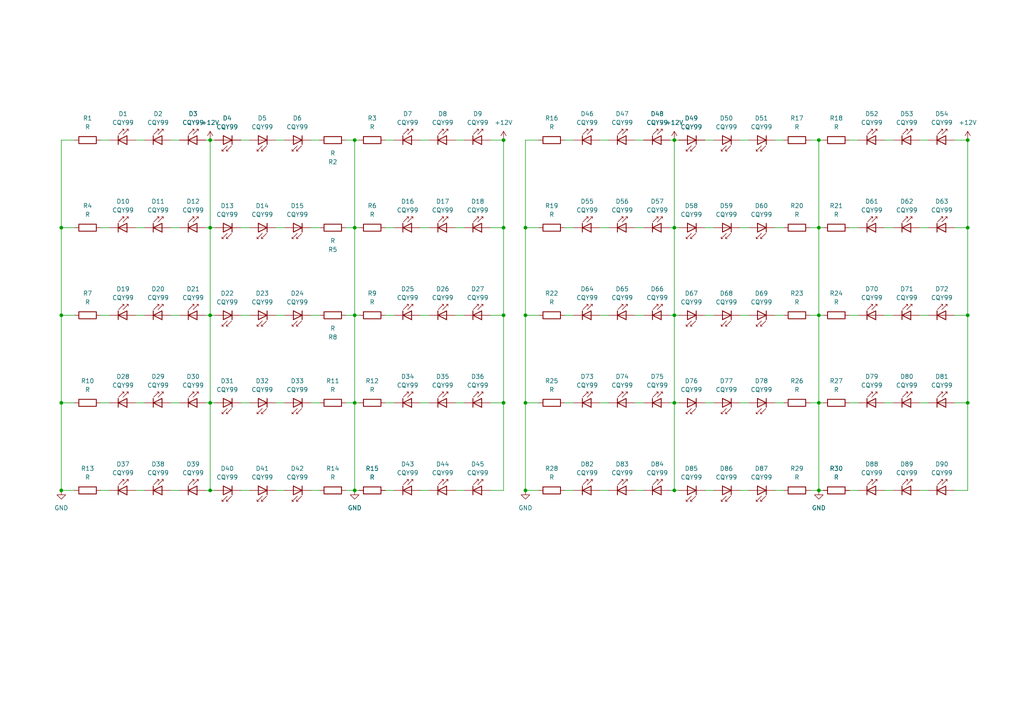
<source format=kicad_sch>
(kicad_sch (version 20231120) (generator "eeschema") (generator_version "8.0")
  (paper "A4")
  (junction (at 152.4 116.84))
  (junction (at 17.78 142.24))
  (junction (at 146.05 66.04))
  (junction (at 152.4 142.24))
  (junction (at 146.05 116.84))
  (junction (at 17.78 91.44))
  (junction (at 280.67 66.04))
  (junction (at 102.87 66.04))
  (junction (at 237.49 142.24))
  (junction (at 102.87 116.84))
  (junction (at 237.49 91.44))
  (junction (at 60.96 66.04))
  (junction (at 152.4 66.04))
  (junction (at 280.67 40.64))
  (junction (at 146.05 40.64))
  (junction (at 17.78 116.84))
  (junction (at 146.05 91.44))
  (junction (at 195.58 142.24))
  (junction (at 60.96 91.44))
  (junction (at 237.49 40.64))
  (junction (at 195.58 40.64))
  (junction (at 102.87 142.24))
  (junction (at 195.58 116.84))
  (junction (at 195.58 66.04))
  (junction (at 280.67 116.84))
  (junction (at 17.78 66.04))
  (junction (at 60.96 40.64))
  (junction (at 152.4 91.44))
  (junction (at 237.49 66.04))
  (junction (at 102.87 40.64))
  (junction (at 60.96 116.84))
  (junction (at 102.87 91.44))
  (junction (at 60.96 142.24))
  (junction (at 195.58 91.44))
  (junction (at 280.67 91.44))
  (junction (at 237.49 116.84))
  (wire (pts (xy 195.58 40.64) (xy 195.58 66.04)))
  (wire (pts (xy 102.87 91.44) (xy 104.14 91.44)))
  (wire (pts (xy 146.05 40.64) (xy 146.05 66.04)))
  (wire (pts (xy 195.58 40.64) (xy 196.85 40.64)))
  (wire (pts (xy 17.78 116.84) (xy 21.59 116.84)))
  (wire (pts (xy 111.76 66.04) (xy 114.3 66.04)))
  (wire (pts (xy 59.69 116.84) (xy 60.96 116.84)))
  (wire (pts (xy 59.69 40.64) (xy 60.96 40.64)))
  (wire (pts (xy 152.4 116.84) (xy 156.21 116.84)))
  (wire (pts (xy 276.86 91.44) (xy 280.67 91.44)))
  (wire (pts (xy 194.31 91.44) (xy 195.58 91.44)))
  (wire (pts (xy 227.33 40.64) (xy 224.79 40.64)))
  (wire (pts (xy 256.54 116.84) (xy 259.08 116.84)))
  (wire (pts (xy 60.96 66.04) (xy 62.23 66.04)))
  (wire (pts (xy 72.39 40.64) (xy 69.85 40.64)))
  (wire (pts (xy 237.49 66.04) (xy 238.76 66.04)))
  (wire (pts (xy 280.67 91.44) (xy 280.67 116.84)))
  (wire (pts (xy 49.53 116.84) (xy 52.07 116.84)))
  (wire (pts (xy 39.37 91.44) (xy 41.91 91.44)))
  (wire (pts (xy 92.71 40.64) (xy 90.17 40.64)))
  (wire (pts (xy 266.7 91.44) (xy 269.24 91.44)))
  (wire (pts (xy 227.33 142.24) (xy 224.79 142.24)))
  (wire (pts (xy 100.33 142.24) (xy 102.87 142.24)))
  (wire (pts (xy 276.86 66.04) (xy 280.67 66.04)))
  (wire (pts (xy 100.33 40.64) (xy 102.87 40.64)))
  (wire (pts (xy 60.96 116.84) (xy 60.96 142.24)))
  (wire (pts (xy 49.53 66.04) (xy 52.07 66.04)))
  (wire (pts (xy 256.54 40.64) (xy 259.08 40.64)))
  (wire (pts (xy 100.33 91.44) (xy 102.87 91.44)))
  (wire (pts (xy 60.96 66.04) (xy 60.96 91.44)))
  (wire (pts (xy 237.49 91.44) (xy 238.76 91.44)))
  (wire (pts (xy 60.96 142.24) (xy 62.23 142.24)))
  (wire (pts (xy 102.87 66.04) (xy 104.14 66.04)))
  (wire (pts (xy 72.39 142.24) (xy 69.85 142.24)))
  (wire (pts (xy 92.71 116.84) (xy 90.17 116.84)))
  (wire (pts (xy 195.58 142.24) (xy 196.85 142.24)))
  (wire (pts (xy 29.21 66.04) (xy 31.75 66.04)))
  (wire (pts (xy 207.01 40.64) (xy 204.47 40.64)))
  (wire (pts (xy 100.33 116.84) (xy 102.87 116.84)))
  (wire (pts (xy 194.31 142.24) (xy 195.58 142.24)))
  (wire (pts (xy 276.86 116.84) (xy 280.67 116.84)))
  (wire (pts (xy 152.4 40.64) (xy 156.21 40.64)))
  (wire (pts (xy 59.69 142.24) (xy 60.96 142.24)))
  (wire (pts (xy 132.08 66.04) (xy 134.62 66.04)))
  (wire (pts (xy 132.08 142.24) (xy 134.62 142.24)))
  (wire (pts (xy 100.33 66.04) (xy 102.87 66.04)))
  (wire (pts (xy 246.38 91.44) (xy 248.92 91.44)))
  (wire (pts (xy 60.96 40.64) (xy 60.96 66.04)))
  (wire (pts (xy 29.21 142.24) (xy 31.75 142.24)))
  (wire (pts (xy 266.7 66.04) (xy 269.24 66.04)))
  (wire (pts (xy 237.49 66.04) (xy 237.49 91.44)))
  (wire (pts (xy 146.05 116.84) (xy 146.05 142.24)))
  (wire (pts (xy 256.54 142.24) (xy 259.08 142.24)))
  (wire (pts (xy 173.99 91.44) (xy 176.53 91.44)))
  (wire (pts (xy 195.58 66.04) (xy 196.85 66.04)))
  (wire (pts (xy 39.37 116.84) (xy 41.91 116.84)))
  (wire (pts (xy 121.92 40.64) (xy 124.46 40.64)))
  (wire (pts (xy 256.54 66.04) (xy 259.08 66.04)))
  (wire (pts (xy 17.78 116.84) (xy 17.78 142.24)))
  (wire (pts (xy 246.38 142.24) (xy 248.92 142.24)))
  (wire (pts (xy 17.78 66.04) (xy 21.59 66.04)))
  (wire (pts (xy 29.21 91.44) (xy 31.75 91.44)))
  (wire (pts (xy 39.37 142.24) (xy 41.91 142.24)))
  (wire (pts (xy 102.87 116.84) (xy 102.87 142.24)))
  (wire (pts (xy 121.92 66.04) (xy 124.46 66.04)))
  (wire (pts (xy 194.31 116.84) (xy 195.58 116.84)))
  (wire (pts (xy 237.49 116.84) (xy 238.76 116.84)))
  (wire (pts (xy 111.76 116.84) (xy 114.3 116.84)))
  (wire (pts (xy 276.86 142.24) (xy 280.67 142.24)))
  (wire (pts (xy 142.24 142.24) (xy 146.05 142.24)))
  (wire (pts (xy 102.87 142.24) (xy 104.14 142.24)))
  (wire (pts (xy 246.38 116.84) (xy 248.92 116.84)))
  (wire (pts (xy 217.17 40.64) (xy 214.63 40.64)))
  (wire (pts (xy 266.7 116.84) (xy 269.24 116.84)))
  (wire (pts (xy 195.58 66.04) (xy 195.58 91.44)))
  (wire (pts (xy 102.87 91.44) (xy 102.87 116.84)))
  (wire (pts (xy 49.53 91.44) (xy 52.07 91.44)))
  (wire (pts (xy 102.87 66.04) (xy 102.87 91.44)))
  (wire (pts (xy 82.55 40.64) (xy 80.01 40.64)))
  (wire (pts (xy 121.92 142.24) (xy 124.46 142.24)))
  (wire (pts (xy 227.33 91.44) (xy 224.79 91.44)))
  (wire (pts (xy 194.31 66.04) (xy 195.58 66.04)))
  (wire (pts (xy 142.24 91.44) (xy 146.05 91.44)))
  (wire (pts (xy 92.71 66.04) (xy 90.17 66.04)))
  (wire (pts (xy 184.15 116.84) (xy 186.69 116.84)))
  (wire (pts (xy 280.67 116.84) (xy 280.67 142.24)))
  (wire (pts (xy 49.53 40.64) (xy 52.07 40.64)))
  (wire (pts (xy 82.55 91.44) (xy 80.01 91.44)))
  (wire (pts (xy 111.76 91.44) (xy 114.3 91.44)))
  (wire (pts (xy 276.86 40.64) (xy 280.67 40.64)))
  (wire (pts (xy 217.17 116.84) (xy 214.63 116.84)))
  (wire (pts (xy 217.17 91.44) (xy 214.63 91.44)))
  (wire (pts (xy 152.4 91.44) (xy 156.21 91.44)))
  (wire (pts (xy 17.78 91.44) (xy 21.59 91.44)))
  (wire (pts (xy 217.17 66.04) (xy 214.63 66.04)))
  (wire (pts (xy 173.99 142.24) (xy 176.53 142.24)))
  (wire (pts (xy 234.95 142.24) (xy 237.49 142.24)))
  (wire (pts (xy 111.76 142.24) (xy 114.3 142.24)))
  (wire (pts (xy 237.49 91.44) (xy 237.49 116.84)))
  (wire (pts (xy 173.99 66.04) (xy 176.53 66.04)))
  (wire (pts (xy 17.78 142.24) (xy 21.59 142.24)))
  (wire (pts (xy 246.38 40.64) (xy 248.92 40.64)))
  (wire (pts (xy 17.78 91.44) (xy 17.78 116.84)))
  (wire (pts (xy 121.92 91.44) (xy 124.46 91.44)))
  (wire (pts (xy 49.53 142.24) (xy 52.07 142.24)))
  (wire (pts (xy 237.49 142.24) (xy 238.76 142.24)))
  (wire (pts (xy 195.58 116.84) (xy 196.85 116.84)))
  (wire (pts (xy 152.4 66.04) (xy 152.4 91.44)))
  (wire (pts (xy 17.78 40.64) (xy 17.78 66.04)))
  (wire (pts (xy 163.83 116.84) (xy 166.37 116.84)))
  (wire (pts (xy 142.24 40.64) (xy 146.05 40.64)))
  (wire (pts (xy 195.58 91.44) (xy 195.58 116.84)))
  (wire (pts (xy 17.78 40.64) (xy 21.59 40.64)))
  (wire (pts (xy 29.21 116.84) (xy 31.75 116.84)))
  (wire (pts (xy 60.96 40.64) (xy 62.23 40.64)))
  (wire (pts (xy 146.05 66.04) (xy 146.05 91.44)))
  (wire (pts (xy 72.39 91.44) (xy 69.85 91.44)))
  (wire (pts (xy 121.92 116.84) (xy 124.46 116.84)))
  (wire (pts (xy 60.96 91.44) (xy 60.96 116.84)))
  (wire (pts (xy 163.83 66.04) (xy 166.37 66.04)))
  (wire (pts (xy 142.24 116.84) (xy 146.05 116.84)))
  (wire (pts (xy 266.7 40.64) (xy 269.24 40.64)))
  (wire (pts (xy 111.76 40.64) (xy 114.3 40.64)))
  (wire (pts (xy 237.49 40.64) (xy 237.49 66.04)))
  (wire (pts (xy 207.01 91.44) (xy 204.47 91.44)))
  (wire (pts (xy 207.01 66.04) (xy 204.47 66.04)))
  (wire (pts (xy 82.55 142.24) (xy 80.01 142.24)))
  (wire (pts (xy 39.37 40.64) (xy 41.91 40.64)))
  (wire (pts (xy 82.55 116.84) (xy 80.01 116.84)))
  (wire (pts (xy 195.58 116.84) (xy 195.58 142.24)))
  (wire (pts (xy 163.83 91.44) (xy 166.37 91.44)))
  (wire (pts (xy 60.96 116.84) (xy 62.23 116.84)))
  (wire (pts (xy 17.78 66.04) (xy 17.78 91.44)))
  (wire (pts (xy 132.08 40.64) (xy 134.62 40.64)))
  (wire (pts (xy 60.96 91.44) (xy 62.23 91.44)))
  (wire (pts (xy 146.05 91.44) (xy 146.05 116.84)))
  (wire (pts (xy 163.83 40.64) (xy 166.37 40.64)))
  (wire (pts (xy 184.15 40.64) (xy 186.69 40.64)))
  (wire (pts (xy 227.33 116.84) (xy 224.79 116.84)))
  (wire (pts (xy 234.95 116.84) (xy 237.49 116.84)))
  (wire (pts (xy 142.24 66.04) (xy 146.05 66.04)))
  (wire (pts (xy 217.17 142.24) (xy 214.63 142.24)))
  (wire (pts (xy 280.67 40.64) (xy 280.67 66.04)))
  (wire (pts (xy 173.99 116.84) (xy 176.53 116.84)))
  (wire (pts (xy 132.08 91.44) (xy 134.62 91.44)))
  (wire (pts (xy 92.71 91.44) (xy 90.17 91.44)))
  (wire (pts (xy 280.67 66.04) (xy 280.67 91.44)))
  (wire (pts (xy 173.99 40.64) (xy 176.53 40.64)))
  (wire (pts (xy 132.08 116.84) (xy 134.62 116.84)))
  (wire (pts (xy 184.15 142.24) (xy 186.69 142.24)))
  (wire (pts (xy 102.87 40.64) (xy 102.87 66.04)))
  (wire (pts (xy 184.15 66.04) (xy 186.69 66.04)))
  (wire (pts (xy 234.95 91.44) (xy 237.49 91.44)))
  (wire (pts (xy 102.87 40.64) (xy 104.14 40.64)))
  (wire (pts (xy 227.33 66.04) (xy 224.79 66.04)))
  (wire (pts (xy 102.87 116.84) (xy 104.14 116.84)))
  (wire (pts (xy 256.54 91.44) (xy 259.08 91.44)))
  (wire (pts (xy 195.58 91.44) (xy 196.85 91.44)))
  (wire (pts (xy 266.7 142.24) (xy 269.24 142.24)))
  (wire (pts (xy 152.4 91.44) (xy 152.4 116.84)))
  (wire (pts (xy 152.4 40.64) (xy 152.4 66.04)))
  (wire (pts (xy 59.69 91.44) (xy 60.96 91.44)))
  (wire (pts (xy 184.15 91.44) (xy 186.69 91.44)))
  (wire (pts (xy 234.95 66.04) (xy 237.49 66.04)))
  (wire (pts (xy 72.39 66.04) (xy 69.85 66.04)))
  (wire (pts (xy 194.31 40.64) (xy 195.58 40.64)))
  (wire (pts (xy 246.38 66.04) (xy 248.92 66.04)))
  (wire (pts (xy 72.39 116.84) (xy 69.85 116.84)))
  (wire (pts (xy 82.55 66.04) (xy 80.01 66.04)))
  (wire (pts (xy 237.49 116.84) (xy 237.49 142.24)))
  (wire (pts (xy 207.01 116.84) (xy 204.47 116.84)))
  (wire (pts (xy 237.49 40.64) (xy 238.76 40.64)))
  (wire (pts (xy 234.95 40.64) (xy 237.49 40.64)))
  (wire (pts (xy 59.69 66.04) (xy 60.96 66.04)))
  (wire (pts (xy 152.4 66.04) (xy 156.21 66.04)))
  (wire (pts (xy 163.83 142.24) (xy 166.37 142.24)))
  (wire (pts (xy 152.4 142.24) (xy 156.21 142.24)))
  (wire (pts (xy 39.37 66.04) (xy 41.91 66.04)))
  (wire (pts (xy 207.01 142.24) (xy 204.47 142.24)))
  (wire (pts (xy 92.71 142.24) (xy 90.17 142.24)))
  (wire (pts (xy 29.21 40.64) (xy 31.75 40.64)))
  (wire (pts (xy 152.4 116.84) (xy 152.4 142.24)))
  (symbol (lib_id "LED:CQY99") (at 181.61 40.64 0) (unit 1)
    (property "Reference" "D47" (at 180.467 33.02 0))
    (property "Value" "CQY99" (at 180.467 35.56 0))
    (property "Footprint" "LED_THT:LED_D5.0mm_IRGrey" (effects (hide yes)))
    (property "Datasheet" "https://www.prtice.info/IMG/pdf/CQY99.pdf" (effects (hide yes)))
    (property "Description" "950nm IR-LED, 5mm" (effects (hide yes)))
  )
  (symbol (lib_id "Device:R") (at 231.14 91.44 270) (unit 1)
    (property "Reference" "R23" (at 231.14 85.09 90))
    (property "Value" "R" (at 231.14 87.63 90))
    (property "Footprint" "Resistor_THT:R_Axial_DIN0207_L6.3mm_D2.5mm_P10.16mm_Horizontal" (effects (hide yes)))
    (property "Description" "Resistor" (effects (hide yes)))
  )
  (symbol (lib_id "LED:CQY99") (at 171.45 142.24 0) (unit 1)
    (property "Reference" "D82" (at 170.307 134.62 0))
    (property "Value" "CQY99" (at 170.307 137.16 0))
    (property "Footprint" "LED_THT:LED_D5.0mm_IRGrey" (effects (hide yes)))
    (property "Datasheet" "https://www.prtice.info/IMG/pdf/CQY99.pdf" (effects (hide yes)))
    (property "Description" "950nm IR-LED, 5mm" (effects (hide yes)))
  )
  (symbol (lib_id "LED:CQY99") (at 119.38 66.04 0) (unit 1)
    (property "Reference" "D16" (at 118.237 58.42 0))
    (property "Value" "CQY99" (at 118.237 60.96 0))
    (property "Footprint" "LED_THT:LED_D5.0mm_IRGrey" (effects (hide yes)))
    (property "Datasheet" "https://www.prtice.info/IMG/pdf/CQY99.pdf" (effects (hide yes)))
    (property "Description" "950nm IR-LED, 5mm" (effects (hide yes)))
  )
  (symbol (lib_id "Device:R") (at 160.02 116.84 90) (unit 1)
    (property "Reference" "R25" (at 160.02 110.49 90))
    (property "Value" "R" (at 160.02 113.03 90))
    (property "Footprint" "Resistor_THT:R_Axial_DIN0207_L6.3mm_D2.5mm_P10.16mm_Horizontal" (effects (hide yes)))
    (property "Description" "Resistor" (effects (hide yes)))
  )
  (symbol (lib_id "LED:CQY99") (at 264.16 66.04 0) (unit 1)
    (property "Reference" "D62" (at 263.017 58.42 0))
    (property "Value" "CQY99" (at 263.017 60.96 0))
    (property "Footprint" "LED_THT:LED_D5.0mm_IRGrey" (effects (hide yes)))
    (property "Datasheet" "https://www.prtice.info/IMG/pdf/CQY99.pdf" (effects (hide yes)))
    (property "Description" "950nm IR-LED, 5mm" (effects (hide yes)))
  )
  (symbol (lib_id "LED:CQY99") (at 57.15 66.04 0) (unit 1)
    (property "Reference" "D12" (at 56.007 58.42 0))
    (property "Value" "CQY99" (at 56.007 60.96 0))
    (property "Footprint" "LED_THT:LED_D5.0mm_IRGrey" (effects (hide yes)))
    (property "Datasheet" "https://www.prtice.info/IMG/pdf/CQY99.pdf" (effects (hide yes)))
    (property "Description" "950nm IR-LED, 5mm" (effects (hide yes)))
  )
  (symbol (lib_id "Device:R") (at 160.02 66.04 90) (unit 1)
    (property "Reference" "R19" (at 160.02 59.69 90))
    (property "Value" "R" (at 160.02 62.23 90))
    (property "Footprint" "Resistor_THT:R_Axial_DIN0207_L6.3mm_D2.5mm_P10.16mm_Horizontal" (effects (hide yes)))
    (property "Description" "Resistor" (effects (hide yes)))
  )
  (symbol (lib_id "LED:CQY99") (at 139.7 66.04 0) (unit 1)
    (property "Reference" "D18" (at 138.557 58.42 0))
    (property "Value" "CQY99" (at 138.557 60.96 0))
    (property "Footprint" "LED_THT:LED_D5.0mm_IRGrey" (effects (hide yes)))
    (property "Datasheet" "https://www.prtice.info/IMG/pdf/CQY99.pdf" (effects (hide yes)))
    (property "Description" "950nm IR-LED, 5mm" (effects (hide yes)))
  )
  (symbol (lib_id "LED:CQY99") (at 119.38 116.84 0) (unit 1)
    (property "Reference" "D34" (at 118.237 109.22 0))
    (property "Value" "CQY99" (at 118.237 111.76 0))
    (property "Footprint" "LED_THT:LED_D5.0mm_IRGrey" (effects (hide yes)))
    (property "Datasheet" "https://www.prtice.info/IMG/pdf/CQY99.pdf" (effects (hide yes)))
    (property "Description" "950nm IR-LED, 5mm" (effects (hide yes)))
  )
  (symbol (lib_id "LED:CQY99") (at 74.93 142.24 180) (unit 1)
    (property "Reference" "D41" (at 76.073 135.89 0))
    (property "Value" "CQY99" (at 76.073 138.43 0))
    (property "Footprint" "LED_THT:LED_D5.0mm_IRGrey" (effects (hide yes)))
    (property "Datasheet" "https://www.prtice.info/IMG/pdf/CQY99.pdf" (effects (hide yes)))
    (property "Description" "950nm IR-LED, 5mm" (effects (hide yes)))
  )
  (symbol (lib_id "LED:CQY99") (at 181.61 142.24 0) (unit 1)
    (property "Reference" "D83" (at 180.467 134.62 0))
    (property "Value" "CQY99" (at 180.467 137.16 0))
    (property "Footprint" "LED_THT:LED_D5.0mm_IRGrey" (effects (hide yes)))
    (property "Datasheet" "https://www.prtice.info/IMG/pdf/CQY99.pdf" (effects (hide yes)))
    (property "Description" "950nm IR-LED, 5mm" (effects (hide yes)))
  )
  (symbol (lib_id "LED:CQY99") (at 209.55 116.84 180) (unit 1)
    (property "Reference" "D77" (at 210.693 110.49 0))
    (property "Value" "CQY99" (at 210.693 113.03 0))
    (property "Footprint" "LED_THT:LED_D5.0mm_IRGrey" (effects (hide yes)))
    (property "Datasheet" "https://www.prtice.info/IMG/pdf/CQY99.pdf" (effects (hide yes)))
    (property "Description" "950nm IR-LED, 5mm" (effects (hide yes)))
  )
  (symbol (lib_id "LED:CQY99") (at 64.77 116.84 180) (unit 1)
    (property "Reference" "D31" (at 65.913 110.49 0))
    (property "Value" "CQY99" (at 65.913 113.03 0))
    (property "Footprint" "LED_THT:LED_D5.0mm_IRGrey" (effects (hide yes)))
    (property "Datasheet" "https://www.prtice.info/IMG/pdf/CQY99.pdf" (effects (hide yes)))
    (property "Description" "950nm IR-LED, 5mm" (effects (hide yes)))
  )
  (symbol (lib_id "Device:R") (at 231.14 116.84 270) (unit 1)
    (property "Reference" "R26" (at 231.14 110.49 90))
    (property "Value" "R" (at 231.14 113.03 90))
    (property "Footprint" "Resistor_THT:R_Axial_DIN0207_L6.3mm_D2.5mm_P10.16mm_Horizontal" (effects (hide yes)))
    (property "Description" "Resistor" (effects (hide yes)))
  )
  (symbol (lib_id "power:GND") (at 152.4 142.24 0) (unit 1)
    (property "Reference" "#PWR02" (effects (hide yes)))
    (property "Value" "GND" (at 152.4 147.32 0))
    (property "Description" "Power symbol creates a global label with name \"GND\" , ground" (effects (hide yes)))
  )
  (symbol (lib_id "LED:CQY99") (at 274.32 116.84 0) (unit 1)
    (property "Reference" "D81" (at 273.177 109.22 0))
    (property "Value" "CQY99" (at 273.177 111.76 0))
    (property "Footprint" "LED_THT:LED_D5.0mm_IRGrey" (effects (hide yes)))
    (property "Datasheet" "https://www.prtice.info/IMG/pdf/CQY99.pdf" (effects (hide yes)))
    (property "Description" "950nm IR-LED, 5mm" (effects (hide yes)))
  )
  (symbol (lib_id "LED:CQY99") (at 254 142.24 0) (unit 1)
    (property "Reference" "D88" (at 252.857 134.62 0))
    (property "Value" "CQY99" (at 252.857 137.16 0))
    (property "Footprint" "LED_THT:LED_D5.0mm_IRGrey" (effects (hide yes)))
    (property "Datasheet" "https://www.prtice.info/IMG/pdf/CQY99.pdf" (effects (hide yes)))
    (property "Description" "950nm IR-LED, 5mm" (effects (hide yes)))
  )
  (symbol (lib_id "Device:R") (at 160.02 142.24 90) (unit 1)
    (property "Reference" "R28" (at 160.02 135.89 90))
    (property "Value" "R" (at 160.02 138.43 90))
    (property "Footprint" "Resistor_THT:R_Axial_DIN0207_L6.3mm_D2.5mm_P10.16mm_Horizontal" (effects (hide yes)))
    (property "Description" "Resistor" (effects (hide yes)))
  )
  (symbol (lib_id "LED:CQY99") (at 85.09 40.64 180) (unit 1)
    (property "Reference" "D6" (at 86.233 34.29 0))
    (property "Value" "CQY99" (at 86.233 36.83 0))
    (property "Footprint" "LED_THT:LED_D5.0mm_IRGrey" (effects (hide yes)))
    (property "Datasheet" "https://www.prtice.info/IMG/pdf/CQY99.pdf" (effects (hide yes)))
    (property "Description" "950nm IR-LED, 5mm" (effects (hide yes)))
  )
  (symbol (lib_id "power:GND") (at 17.78 142.24 0) (unit 1)
    (property "Reference" "#PWR014" (effects (hide yes)))
    (property "Value" "GND" (at 17.78 147.32 0))
    (property "Description" "Power symbol creates a global label with name \"GND\" , ground" (effects (hide yes)))
  )
  (symbol (lib_id "LED:CQY99") (at 64.77 91.44 180) (unit 1)
    (property "Reference" "D22" (at 65.913 85.09 0))
    (property "Value" "CQY99" (at 65.913 87.63 0))
    (property "Footprint" "LED_THT:LED_D5.0mm_IRGrey" (effects (hide yes)))
    (property "Datasheet" "https://www.prtice.info/IMG/pdf/CQY99.pdf" (effects (hide yes)))
    (property "Description" "950nm IR-LED, 5mm" (effects (hide yes)))
  )
  (symbol (lib_id "LED:CQY99") (at 264.16 91.44 0) (unit 1)
    (property "Reference" "D71" (at 263.017 83.82 0))
    (property "Value" "CQY99" (at 263.017 86.36 0))
    (property "Footprint" "LED_THT:LED_D5.0mm_IRGrey" (effects (hide yes)))
    (property "Datasheet" "https://www.prtice.info/IMG/pdf/CQY99.pdf" (effects (hide yes)))
    (property "Description" "950nm IR-LED, 5mm" (effects (hide yes)))
  )
  (symbol (lib_id "Device:R") (at 96.52 40.64 270) (unit 1)
    (property "Reference" "R2" (at 96.52 46.99 90))
    (property "Value" "R" (at 96.52 44.45 90))
    (property "Footprint" "Resistor_THT:R_Axial_DIN0207_L6.3mm_D2.5mm_P10.16mm_Horizontal" (effects (hide yes)))
    (property "Description" "Resistor" (effects (hide yes)))
  )
  (symbol (lib_id "power:+12V") (at 146.05 40.64 0) (unit 1)
    (property "Reference" "#PWR04" (effects (hide yes)))
    (property "Value" "+12V" (at 146.05 35.56 0))
    (property "Description" "Power symbol creates a global label with name \"+12V\"" (effects (hide yes)))
  )
  (symbol (lib_id "Device:R") (at 107.95 116.84 90) (unit 1)
    (property "Reference" "R12" (at 107.95 110.49 90))
    (property "Value" "R" (at 107.95 113.03 90))
    (property "Footprint" "Resistor_THT:R_Axial_DIN0207_L6.3mm_D2.5mm_P10.16mm_Horizontal" (effects (hide yes)))
    (property "Description" "Resistor" (effects (hide yes)))
  )
  (symbol (lib_id "Device:R") (at 242.57 142.24 90) (unit 1)
    (property "Reference" "R30" (at 242.57 135.89 90))
    (property "Value" "R" (at 242.57 138.43 90))
    (property "Footprint" "Resistor_THT:R_Axial_DIN0207_L6.3mm_D2.5mm_P10.16mm_Horizontal" (effects (hide yes)))
    (property "Description" "Resistor" (effects (hide yes)))
  )
  (symbol (lib_id "Device:R") (at 107.95 142.24 90) (unit 1)
    (property "Reference" "R15" (at 107.95 135.89 90))
    (property "Value" "R" (at 107.95 138.43 90))
    (property "Footprint" "Resistor_THT:R_Axial_DIN0207_L6.3mm_D2.5mm_P10.16mm_Horizontal" (effects (hide yes)))
    (property "Description" "Resistor" (effects (hide yes)))
  )
  (symbol (lib_id "LED:CQY99") (at 129.54 142.24 0) (unit 1)
    (property "Reference" "D44" (at 128.397 134.62 0))
    (property "Value" "CQY99" (at 128.397 137.16 0))
    (property "Footprint" "LED_THT:LED_D5.0mm_IRGrey" (effects (hide yes)))
    (property "Datasheet" "https://www.prtice.info/IMG/pdf/CQY99.pdf" (effects (hide yes)))
    (property "Description" "950nm IR-LED, 5mm" (effects (hide yes)))
  )
  (symbol (lib_id "Device:R") (at 96.52 142.24 270) (unit 1)
    (property "Reference" "R14" (at 96.52 135.89 90))
    (property "Value" "R" (at 96.52 138.43 90))
    (property "Footprint" "Resistor_THT:R_Axial_DIN0207_L6.3mm_D2.5mm_P10.16mm_Horizontal" (effects (hide yes)))
    (property "Description" "Resistor" (effects (hide yes)))
  )
  (symbol (lib_id "LED:CQY99") (at 46.99 40.64 0) (unit 1)
    (property "Reference" "D2" (at 45.847 33.02 0))
    (property "Value" "CQY99" (at 45.847 35.56 0))
    (property "Footprint" "LED_THT:LED_D5.0mm_IRGrey" (effects (hide yes)))
    (property "Datasheet" "https://www.prtice.info/IMG/pdf/CQY99.pdf" (effects (hide yes)))
    (property "Description" "950nm IR-LED, 5mm" (effects (hide yes)))
  )
  (symbol (lib_id "LED:CQY99") (at 119.38 142.24 0) (unit 1)
    (property "Reference" "D43" (at 118.237 134.62 0))
    (property "Value" "CQY99" (at 118.237 137.16 0))
    (property "Footprint" "LED_THT:LED_D5.0mm_IRGrey" (effects (hide yes)))
    (property "Datasheet" "https://www.prtice.info/IMG/pdf/CQY99.pdf" (effects (hide yes)))
    (property "Description" "950nm IR-LED, 5mm" (effects (hide yes)))
  )
  (symbol (lib_id "LED:CQY99") (at 129.54 66.04 0) (unit 1)
    (property "Reference" "D17" (at 128.397 58.42 0))
    (property "Value" "CQY99" (at 128.397 60.96 0))
    (property "Footprint" "LED_THT:LED_D5.0mm_IRGrey" (effects (hide yes)))
    (property "Datasheet" "https://www.prtice.info/IMG/pdf/CQY99.pdf" (effects (hide yes)))
    (property "Description" "950nm IR-LED, 5mm" (effects (hide yes)))
  )
  (symbol (lib_id "LED:CQY99") (at 264.16 40.64 0) (unit 1)
    (property "Reference" "D53" (at 263.017 33.02 0))
    (property "Value" "CQY99" (at 263.017 35.56 0))
    (property "Footprint" "LED_THT:LED_D5.0mm_IRGrey" (effects (hide yes)))
    (property "Datasheet" "https://www.prtice.info/IMG/pdf/CQY99.pdf" (effects (hide yes)))
    (property "Description" "950nm IR-LED, 5mm" (effects (hide yes)))
  )
  (symbol (lib_id "Device:R") (at 231.14 40.64 270) (unit 1)
    (property "Reference" "R17" (at 231.14 34.29 90))
    (property "Value" "R" (at 231.14 36.83 90))
    (property "Footprint" "Resistor_THT:R_Axial_DIN0207_L6.3mm_D2.5mm_P10.16mm_Horizontal" (effects (hide yes)))
    (property "Description" "Resistor" (effects (hide yes)))
  )
  (symbol (lib_id "LED:CQY99") (at 219.71 142.24 180) (unit 1)
    (property "Reference" "D87" (at 220.853 135.89 0))
    (property "Value" "CQY99" (at 220.853 138.43 0))
    (property "Footprint" "LED_THT:LED_D5.0mm_IRGrey" (effects (hide yes)))
    (property "Datasheet" "https://www.prtice.info/IMG/pdf/CQY99.pdf" (effects (hide yes)))
    (property "Description" "950nm IR-LED, 5mm" (effects (hide yes)))
  )
  (symbol (lib_id "LED:CQY99") (at 85.09 142.24 180) (unit 1)
    (property "Reference" "D42" (at 86.233 135.89 0))
    (property "Value" "CQY99" (at 86.233 138.43 0))
    (property "Footprint" "LED_THT:LED_D5.0mm_IRGrey" (effects (hide yes)))
    (property "Datasheet" "https://www.prtice.info/IMG/pdf/CQY99.pdf" (effects (hide yes)))
    (property "Description" "950nm IR-LED, 5mm" (effects (hide yes)))
  )
  (symbol (lib_id "LED:CQY99") (at 64.77 40.64 180) (unit 1)
    (property "Reference" "D4" (at 65.913 34.29 0))
    (property "Value" "CQY99" (at 65.913 36.83 0))
    (property "Footprint" "LED_THT:LED_D5.0mm_IRGrey" (effects (hide yes)))
    (property "Datasheet" "https://www.prtice.info/IMG/pdf/CQY99.pdf" (effects (hide yes)))
    (property "Description" "950nm IR-LED, 5mm" (effects (hide yes)))
  )
  (symbol (lib_id "Device:R") (at 242.57 116.84 90) (unit 1)
    (property "Reference" "R27" (at 242.57 110.49 90))
    (property "Value" "R" (at 242.57 113.03 90))
    (property "Footprint" "Resistor_THT:R_Axial_DIN0207_L6.3mm_D2.5mm_P10.16mm_Horizontal" (effects (hide yes)))
    (property "Description" "Resistor" (effects (hide yes)))
  )
  (symbol (lib_id "LED:CQY99") (at 74.93 116.84 180) (unit 1)
    (property "Reference" "D32" (at 76.073 110.49 0))
    (property "Value" "CQY99" (at 76.073 113.03 0))
    (property "Footprint" "LED_THT:LED_D5.0mm_IRGrey" (effects (hide yes)))
    (property "Datasheet" "https://www.prtice.info/IMG/pdf/CQY99.pdf" (effects (hide yes)))
    (property "Description" "950nm IR-LED, 5mm" (effects (hide yes)))
  )
  (symbol (lib_id "LED:CQY99") (at 199.39 40.64 180) (unit 1)
    (property "Reference" "D49" (at 200.533 34.29 0))
    (property "Value" "CQY99" (at 200.533 36.83 0))
    (property "Footprint" "LED_THT:LED_D5.0mm_IRGrey" (effects (hide yes)))
    (property "Datasheet" "https://www.prtice.info/IMG/pdf/CQY99.pdf" (effects (hide yes)))
    (property "Description" "950nm IR-LED, 5mm" (effects (hide yes)))
  )
  (symbol (lib_id "LED:CQY99") (at 171.45 116.84 0) (unit 1)
    (property "Reference" "D73" (at 170.307 109.22 0))
    (property "Value" "CQY99" (at 170.307 111.76 0))
    (property "Footprint" "LED_THT:LED_D5.0mm_IRGrey" (effects (hide yes)))
    (property "Datasheet" "https://www.prtice.info/IMG/pdf/CQY99.pdf" (effects (hide yes)))
    (property "Description" "950nm IR-LED, 5mm" (effects (hide yes)))
  )
  (symbol (lib_id "LED:CQY99") (at 85.09 91.44 180) (unit 1)
    (property "Reference" "D24" (at 86.233 85.09 0))
    (property "Value" "CQY99" (at 86.233 87.63 0))
    (property "Footprint" "LED_THT:LED_D5.0mm_IRGrey" (effects (hide yes)))
    (property "Datasheet" "https://www.prtice.info/IMG/pdf/CQY99.pdf" (effects (hide yes)))
    (property "Description" "950nm IR-LED, 5mm" (effects (hide yes)))
  )
  (symbol (lib_id "LED:CQY99") (at 129.54 40.64 0) (unit 1)
    (property "Reference" "D8" (at 128.397 33.02 0))
    (property "Value" "CQY99" (at 128.397 35.56 0))
    (property "Footprint" "LED_THT:LED_D5.0mm_IRGrey" (effects (hide yes)))
    (property "Datasheet" "https://www.prtice.info/IMG/pdf/CQY99.pdf" (effects (hide yes)))
    (property "Description" "950nm IR-LED, 5mm" (effects (hide yes)))
  )
  (symbol (lib_id "LED:CQY99") (at 181.61 66.04 0) (unit 1)
    (property "Reference" "D56" (at 180.467 58.42 0))
    (property "Value" "CQY99" (at 180.467 60.96 0))
    (property "Footprint" "LED_THT:LED_D5.0mm_IRGrey" (effects (hide yes)))
    (property "Datasheet" "https://www.prtice.info/IMG/pdf/CQY99.pdf" (effects (hide yes)))
    (property "Description" "950nm IR-LED, 5mm" (effects (hide yes)))
  )
  (symbol (lib_id "LED:CQY99") (at 191.77 142.24 0) (unit 1)
    (property "Reference" "D84" (at 190.627 134.62 0))
    (property "Value" "CQY99" (at 190.627 137.16 0))
    (property "Footprint" "LED_THT:LED_D5.0mm_IRGrey" (effects (hide yes)))
    (property "Datasheet" "https://www.prtice.info/IMG/pdf/CQY99.pdf" (effects (hide yes)))
    (property "Description" "950nm IR-LED, 5mm" (effects (hide yes)))
  )
  (symbol (lib_id "Device:R") (at 242.57 66.04 90) (unit 1)
    (property "Reference" "R21" (at 242.57 59.69 90))
    (property "Value" "R" (at 242.57 62.23 90))
    (property "Footprint" "Resistor_THT:R_Axial_DIN0207_L6.3mm_D2.5mm_P10.16mm_Horizontal" (effects (hide yes)))
    (property "Description" "Resistor" (effects (hide yes)))
  )
  (symbol (lib_id "LED:CQY99") (at 57.15 91.44 0) (unit 1)
    (property "Reference" "D21" (at 56.007 83.82 0))
    (property "Value" "CQY99" (at 56.007 86.36 0))
    (property "Footprint" "LED_THT:LED_D5.0mm_IRGrey" (effects (hide yes)))
    (property "Datasheet" "https://www.prtice.info/IMG/pdf/CQY99.pdf" (effects (hide yes)))
    (property "Description" "950nm IR-LED, 5mm" (effects (hide yes)))
  )
  (symbol (lib_id "LED:CQY99") (at 199.39 142.24 180) (unit 1)
    (property "Reference" "D85" (at 200.533 135.89 0))
    (property "Value" "CQY99" (at 200.533 138.43 0))
    (property "Footprint" "LED_THT:LED_D5.0mm_IRGrey" (effects (hide yes)))
    (property "Datasheet" "https://www.prtice.info/IMG/pdf/CQY99.pdf" (effects (hide yes)))
    (property "Description" "950nm IR-LED, 5mm" (effects (hide yes)))
  )
  (symbol (lib_id "LED:CQY99") (at 219.71 116.84 180) (unit 1)
    (property "Reference" "D78" (at 220.853 110.49 0))
    (property "Value" "CQY99" (at 220.853 113.03 0))
    (property "Footprint" "LED_THT:LED_D5.0mm_IRGrey" (effects (hide yes)))
    (property "Datasheet" "https://www.prtice.info/IMG/pdf/CQY99.pdf" (effects (hide yes)))
    (property "Description" "950nm IR-LED, 5mm" (effects (hide yes)))
  )
  (symbol (lib_id "LED:CQY99") (at 254 91.44 0) (unit 1)
    (property "Reference" "D70" (at 252.857 83.82 0))
    (property "Value" "CQY99" (at 252.857 86.36 0))
    (property "Footprint" "LED_THT:LED_D5.0mm_IRGrey" (effects (hide yes)))
    (property "Datasheet" "https://www.prtice.info/IMG/pdf/CQY99.pdf" (effects (hide yes)))
    (property "Description" "950nm IR-LED, 5mm" (effects (hide yes)))
  )
  (symbol (lib_id "Device:R") (at 25.4 40.64 90) (unit 1)
    (property "Reference" "R1" (at 25.4 34.29 90))
    (property "Value" "R" (at 25.4 36.83 90))
    (property "Footprint" "Resistor_THT:R_Axial_DIN0207_L6.3mm_D2.5mm_P10.16mm_Horizontal" (effects (hide yes)))
    (property "Description" "Resistor" (effects (hide yes)))
  )
  (symbol (lib_id "LED:CQY99") (at 181.61 91.44 0) (unit 1)
    (property "Reference" "D65" (at 180.467 83.82 0))
    (property "Value" "CQY99" (at 180.467 86.36 0))
    (property "Footprint" "LED_THT:LED_D5.0mm_IRGrey" (effects (hide yes)))
    (property "Datasheet" "https://www.prtice.info/IMG/pdf/CQY99.pdf" (effects (hide yes)))
    (property "Description" "950nm IR-LED, 5mm" (effects (hide yes)))
  )
  (symbol (lib_id "LED:CQY99") (at 199.39 66.04 180) (unit 1)
    (property "Reference" "D58" (at 200.533 59.69 0))
    (property "Value" "CQY99" (at 200.533 62.23 0))
    (property "Footprint" "LED_THT:LED_D5.0mm_IRGrey" (effects (hide yes)))
    (property "Datasheet" "https://www.prtice.info/IMG/pdf/CQY99.pdf" (effects (hide yes)))
    (property "Description" "950nm IR-LED, 5mm" (effects (hide yes)))
  )
  (symbol (lib_id "LED:CQY99") (at 209.55 66.04 180) (unit 1)
    (property "Reference" "D59" (at 210.693 59.69 0))
    (property "Value" "CQY99" (at 210.693 62.23 0))
    (property "Footprint" "LED_THT:LED_D5.0mm_IRGrey" (effects (hide yes)))
    (property "Datasheet" "https://www.prtice.info/IMG/pdf/CQY99.pdf" (effects (hide yes)))
    (property "Description" "950nm IR-LED, 5mm" (effects (hide yes)))
  )
  (symbol (lib_id "LED:CQY99") (at 139.7 40.64 0) (unit 1)
    (property "Reference" "D9" (at 138.557 33.02 0))
    (property "Value" "CQY99" (at 138.557 35.56 0))
    (property "Footprint" "LED_THT:LED_D5.0mm_IRGrey" (effects (hide yes)))
    (property "Datasheet" "https://www.prtice.info/IMG/pdf/CQY99.pdf" (effects (hide yes)))
    (property "Description" "950nm IR-LED, 5mm" (effects (hide yes)))
  )
  (symbol (lib_id "LED:CQY99") (at 219.71 40.64 180) (unit 1)
    (property "Reference" "D51" (at 220.853 34.29 0))
    (property "Value" "CQY99" (at 220.853 36.83 0))
    (property "Footprint" "LED_THT:LED_D5.0mm_IRGrey" (effects (hide yes)))
    (property "Datasheet" "https://www.prtice.info/IMG/pdf/CQY99.pdf" (effects (hide yes)))
    (property "Description" "950nm IR-LED, 5mm" (effects (hide yes)))
  )
  (symbol (lib_id "Device:R") (at 160.02 40.64 90) (unit 1)
    (property "Reference" "R16" (at 160.02 34.29 90))
    (property "Value" "R" (at 160.02 36.83 90))
    (property "Footprint" "Resistor_THT:R_Axial_DIN0207_L6.3mm_D2.5mm_P10.16mm_Horizontal" (effects (hide yes)))
    (property "Description" "Resistor" (effects (hide yes)))
  )
  (symbol (lib_id "LED:CQY99") (at 64.77 142.24 180) (unit 1)
    (property "Reference" "D40" (at 65.913 135.89 0))
    (property "Value" "CQY99" (at 65.913 138.43 0))
    (property "Footprint" "LED_THT:LED_D5.0mm_IRGrey" (effects (hide yes)))
    (property "Datasheet" "https://www.prtice.info/IMG/pdf/CQY99.pdf" (effects (hide yes)))
    (property "Description" "950nm IR-LED, 5mm" (effects (hide yes)))
  )
  (symbol (lib_id "power:GND") (at 102.87 142.24 0) (unit 1)
    (property "Reference" "#PWR018" (effects (hide yes)))
    (property "Value" "GND" (at 102.87 147.32 0))
    (property "Description" "Power symbol creates a global label with name \"GND\" , ground" (effects (hide yes)))
  )
  (symbol (lib_id "LED:CQY99") (at 191.77 66.04 0) (unit 1)
    (property "Reference" "D57" (at 190.627 58.42 0))
    (property "Value" "CQY99" (at 190.627 60.96 0))
    (property "Footprint" "LED_THT:LED_D5.0mm_IRGrey" (effects (hide yes)))
    (property "Datasheet" "https://www.prtice.info/IMG/pdf/CQY99.pdf" (effects (hide yes)))
    (property "Description" "950nm IR-LED, 5mm" (effects (hide yes)))
  )
  (symbol (lib_id "LED:CQY99") (at 191.77 91.44 0) (unit 1)
    (property "Reference" "D66" (at 190.627 83.82 0))
    (property "Value" "CQY99" (at 190.627 86.36 0))
    (property "Footprint" "LED_THT:LED_D5.0mm_IRGrey" (effects (hide yes)))
    (property "Datasheet" "https://www.prtice.info/IMG/pdf/CQY99.pdf" (effects (hide yes)))
    (property "Description" "950nm IR-LED, 5mm" (effects (hide yes)))
  )
  (symbol (lib_id "LED:CQY99") (at 171.45 91.44 0) (unit 1)
    (property "Reference" "D64" (at 170.307 83.82 0))
    (property "Value" "CQY99" (at 170.307 86.36 0))
    (property "Footprint" "LED_THT:LED_D5.0mm_IRGrey" (effects (hide yes)))
    (property "Datasheet" "https://www.prtice.info/IMG/pdf/CQY99.pdf" (effects (hide yes)))
    (property "Description" "950nm IR-LED, 5mm" (effects (hide yes)))
  )
  (symbol (lib_id "LED:CQY99") (at 74.93 66.04 180) (unit 1)
    (property "Reference" "D14" (at 76.073 59.69 0))
    (property "Value" "CQY99" (at 76.073 62.23 0))
    (property "Footprint" "LED_THT:LED_D5.0mm_IRGrey" (effects (hide yes)))
    (property "Datasheet" "https://www.prtice.info/IMG/pdf/CQY99.pdf" (effects (hide yes)))
    (property "Description" "950nm IR-LED, 5mm" (effects (hide yes)))
  )
  (symbol (lib_id "LED:CQY99") (at 74.93 91.44 180) (unit 1)
    (property "Reference" "D23" (at 76.073 85.09 0))
    (property "Value" "CQY99" (at 76.073 87.63 0))
    (property "Footprint" "LED_THT:LED_D5.0mm_IRGrey" (effects (hide yes)))
    (property "Datasheet" "https://www.prtice.info/IMG/pdf/CQY99.pdf" (effects (hide yes)))
    (property "Description" "950nm IR-LED, 5mm" (effects (hide yes)))
  )
  (symbol (lib_id "Device:R") (at 25.4 142.24 90) (unit 1)
    (property "Reference" "R13" (at 25.4 135.89 90))
    (property "Value" "R" (at 25.4 138.43 90))
    (property "Footprint" "Resistor_THT:R_Axial_DIN0207_L6.3mm_D2.5mm_P10.16mm_Horizontal" (effects (hide yes)))
    (property "Description" "Resistor" (effects (hide yes)))
  )
  (symbol (lib_id "LED:CQY99") (at 57.15 116.84 0) (unit 1)
    (property "Reference" "D30" (at 56.007 109.22 0))
    (property "Value" "CQY99" (at 56.007 111.76 0))
    (property "Footprint" "LED_THT:LED_D5.0mm_IRGrey" (effects (hide yes)))
    (property "Datasheet" "https://www.prtice.info/IMG/pdf/CQY99.pdf" (effects (hide yes)))
    (property "Description" "950nm IR-LED, 5mm" (effects (hide yes)))
  )
  (symbol (lib_id "LED:CQY99") (at 191.77 116.84 0) (unit 1)
    (property "Reference" "D75" (at 190.627 109.22 0))
    (property "Value" "CQY99" (at 190.627 111.76 0))
    (property "Footprint" "LED_THT:LED_D5.0mm_IRGrey" (effects (hide yes)))
    (property "Datasheet" "https://www.prtice.info/IMG/pdf/CQY99.pdf" (effects (hide yes)))
    (property "Description" "950nm IR-LED, 5mm" (effects (hide yes)))
  )
  (symbol (lib_id "Device:R") (at 96.52 91.44 270) (unit 1)
    (property "Reference" "R8" (at 96.52 97.79 90))
    (property "Value" "R" (at 96.52 95.25 90))
    (property "Footprint" "Resistor_THT:R_Axial_DIN0207_L6.3mm_D2.5mm_P10.16mm_Horizontal" (effects (hide yes)))
    (property "Description" "Resistor" (effects (hide yes)))
  )
  (symbol (lib_id "LED:CQY99") (at 46.99 116.84 0) (unit 1)
    (property "Reference" "D29" (at 45.847 109.22 0))
    (property "Value" "CQY99" (at 45.847 111.76 0))
    (property "Footprint" "LED_THT:LED_D5.0mm_IRGrey" (effects (hide yes)))
    (property "Datasheet" "https://www.prtice.info/IMG/pdf/CQY99.pdf" (effects (hide yes)))
    (property "Description" "950nm IR-LED, 5mm" (effects (hide yes)))
  )
  (symbol (lib_id "LED:CQY99") (at 85.09 66.04 180) (unit 1)
    (property "Reference" "D15" (at 86.233 59.69 0))
    (property "Value" "CQY99" (at 86.233 62.23 0))
    (property "Footprint" "LED_THT:LED_D5.0mm_IRGrey" (effects (hide yes)))
    (property "Datasheet" "https://www.prtice.info/IMG/pdf/CQY99.pdf" (effects (hide yes)))
    (property "Description" "950nm IR-LED, 5mm" (effects (hide yes)))
  )
  (symbol (lib_id "Device:R") (at 160.02 91.44 90) (unit 1)
    (property "Reference" "R22" (at 160.02 85.09 90))
    (property "Value" "R" (at 160.02 87.63 90))
    (property "Footprint" "Resistor_THT:R_Axial_DIN0207_L6.3mm_D2.5mm_P10.16mm_Horizontal" (effects (hide yes)))
    (property "Description" "Resistor" (effects (hide yes)))
  )
  (symbol (lib_id "LED:CQY99") (at 274.32 142.24 0) (unit 1)
    (property "Reference" "D90" (at 273.177 134.62 0))
    (property "Value" "CQY99" (at 273.177 137.16 0))
    (property "Footprint" "LED_THT:LED_D5.0mm_IRGrey" (effects (hide yes)))
    (property "Datasheet" "https://www.prtice.info/IMG/pdf/CQY99.pdf" (effects (hide yes)))
    (property "Description" "950nm IR-LED, 5mm" (effects (hide yes)))
  )
  (symbol (lib_id "LED:CQY99") (at 139.7 116.84 0) (unit 1)
    (property "Reference" "D36" (at 138.557 109.22 0))
    (property "Value" "CQY99" (at 138.557 111.76 0))
    (property "Footprint" "LED_THT:LED_D5.0mm_IRGrey" (effects (hide yes)))
    (property "Datasheet" "https://www.prtice.info/IMG/pdf/CQY99.pdf" (effects (hide yes)))
    (property "Description" "950nm IR-LED, 5mm" (effects (hide yes)))
  )
  (symbol (lib_id "LED:CQY99") (at 254 116.84 0) (unit 1)
    (property "Reference" "D79" (at 252.857 109.22 0))
    (property "Value" "CQY99" (at 252.857 111.76 0))
    (property "Footprint" "LED_THT:LED_D5.0mm_IRGrey" (effects (hide yes)))
    (property "Datasheet" "https://www.prtice.info/IMG/pdf/CQY99.pdf" (effects (hide yes)))
    (property "Description" "950nm IR-LED, 5mm" (effects (hide yes)))
  )
  (symbol (lib_id "LED:CQY99") (at 36.83 40.64 0) (unit 1)
    (property "Reference" "D1" (at 35.687 33.02 0))
    (property "Value" "CQY99" (at 35.687 35.56 0))
    (property "Footprint" "LED_THT:LED_D5.0mm_IRGrey" (effects (hide yes)))
    (property "Datasheet" "https://www.prtice.info/IMG/pdf/CQY99.pdf" (effects (hide yes)))
    (property "Description" "950nm IR-LED, 5mm" (effects (hide yes)))
  )
  (symbol (lib_id "LED:CQY99") (at 36.83 91.44 0) (unit 1)
    (property "Reference" "D19" (at 35.687 83.82 0))
    (property "Value" "CQY99" (at 35.687 86.36 0))
    (property "Footprint" "LED_THT:LED_D5.0mm_IRGrey" (effects (hide yes)))
    (property "Datasheet" "https://www.prtice.info/IMG/pdf/CQY99.pdf" (effects (hide yes)))
    (property "Description" "950nm IR-LED, 5mm" (effects (hide yes)))
  )
  (symbol (lib_id "LED:CQY99") (at 209.55 142.24 180) (unit 1)
    (property "Reference" "D86" (at 210.693 135.89 0))
    (property "Value" "CQY99" (at 210.693 138.43 0))
    (property "Footprint" "LED_THT:LED_D5.0mm_IRGrey" (effects (hide yes)))
    (property "Datasheet" "https://www.prtice.info/IMG/pdf/CQY99.pdf" (effects (hide yes)))
    (property "Description" "950nm IR-LED, 5mm" (effects (hide yes)))
  )
  (symbol (lib_id "Device:R") (at 107.95 66.04 90) (unit 1)
    (property "Reference" "R6" (at 107.95 59.69 90))
    (property "Value" "R" (at 107.95 62.23 90))
    (property "Footprint" "Resistor_THT:R_Axial_DIN0207_L6.3mm_D2.5mm_P10.16mm_Horizontal" (effects (hide yes)))
    (property "Description" "Resistor" (effects (hide yes)))
  )
  (symbol (lib_id "power:GND") (at 237.49 142.24 0) (unit 1)
    (property "Reference" "#PWR05" (effects (hide yes)))
    (property "Value" "GND" (at 237.49 147.32 0))
    (property "Description" "Power symbol creates a global label with name \"GND\" , ground" (effects (hide yes)))
  )
  (symbol (lib_id "LED:CQY99") (at 264.16 142.24 0) (unit 1)
    (property "Reference" "D89" (at 263.017 134.62 0))
    (property "Value" "CQY99" (at 263.017 137.16 0))
    (property "Footprint" "LED_THT:LED_D5.0mm_IRGrey" (effects (hide yes)))
    (property "Datasheet" "https://www.prtice.info/IMG/pdf/CQY99.pdf" (effects (hide yes)))
    (property "Description" "950nm IR-LED, 5mm" (effects (hide yes)))
  )
  (symbol (lib_id "LED:CQY99") (at 139.7 142.24 0) (unit 1)
    (property "Reference" "D45" (at 138.557 134.62 0))
    (property "Value" "CQY99" (at 138.557 137.16 0))
    (property "Footprint" "LED_THT:LED_D5.0mm_IRGrey" (effects (hide yes)))
    (property "Datasheet" "https://www.prtice.info/IMG/pdf/CQY99.pdf" (effects (hide yes)))
    (property "Description" "950nm IR-LED, 5mm" (effects (hide yes)))
  )
  (symbol (lib_id "Device:R") (at 107.95 91.44 90) (unit 1)
    (property "Reference" "R9" (at 107.95 85.09 90))
    (property "Value" "R" (at 107.95 87.63 90))
    (property "Footprint" "Resistor_THT:R_Axial_DIN0207_L6.3mm_D2.5mm_P10.16mm_Horizontal" (effects (hide yes)))
    (property "Description" "Resistor" (effects (hide yes)))
  )
  (symbol (lib_id "LED:CQY99") (at 74.93 40.64 180) (unit 1)
    (property "Reference" "D5" (at 76.073 34.29 0))
    (property "Value" "CQY99" (at 76.073 36.83 0))
    (property "Footprint" "LED_THT:LED_D5.0mm_IRGrey" (effects (hide yes)))
    (property "Datasheet" "https://www.prtice.info/IMG/pdf/CQY99.pdf" (effects (hide yes)))
    (property "Description" "950nm IR-LED, 5mm" (effects (hide yes)))
  )
  (symbol (lib_id "LED:CQY99") (at 129.54 91.44 0) (unit 1)
    (property "Reference" "D26" (at 128.397 83.82 0))
    (property "Value" "CQY99" (at 128.397 86.36 0))
    (property "Footprint" "LED_THT:LED_D5.0mm_IRGrey" (effects (hide yes)))
    (property "Datasheet" "https://www.prtice.info/IMG/pdf/CQY99.pdf" (effects (hide yes)))
    (property "Description" "950nm IR-LED, 5mm" (effects (hide yes)))
  )
  (symbol (lib_id "Device:R") (at 96.52 116.84 270) (unit 1)
    (property "Reference" "R11" (at 96.52 110.49 90))
    (property "Value" "R" (at 96.52 113.03 90))
    (property "Footprint" "Resistor_THT:R_Axial_DIN0207_L6.3mm_D2.5mm_P10.16mm_Horizontal" (effects (hide yes)))
    (property "Description" "Resistor" (effects (hide yes)))
  )
  (symbol (lib_id "LED:CQY99") (at 57.15 40.64 0) (unit 1)
    (property "Reference" "D3" (at 56.007 33.02 0))
    (property "Value" "CQY99" (at 56.007 35.56 0))
    (property "Footprint" "LED_THT:LED_D5.0mm_IRGrey" (effects (hide yes)))
    (property "Datasheet" "https://www.prtice.info/IMG/pdf/CQY99.pdf" (effects (hide yes)))
    (property "Description" "950nm IR-LED, 5mm" (effects (hide yes)))
  )
  (symbol (lib_id "LED:CQY99") (at 171.45 40.64 0) (unit 1)
    (property "Reference" "D46" (at 170.307 33.02 0))
    (property "Value" "CQY99" (at 170.307 35.56 0))
    (property "Footprint" "LED_THT:LED_D5.0mm_IRGrey" (effects (hide yes)))
    (property "Datasheet" "https://www.prtice.info/IMG/pdf/CQY99.pdf" (effects (hide yes)))
    (property "Description" "950nm IR-LED, 5mm" (effects (hide yes)))
  )
  (symbol (lib_id "LED:CQY99") (at 36.83 66.04 0) (unit 1)
    (property "Reference" "D10" (at 35.687 58.42 0))
    (property "Value" "CQY99" (at 35.687 60.96 0))
    (property "Footprint" "LED_THT:LED_D5.0mm_IRGrey" (effects (hide yes)))
    (property "Datasheet" "https://www.prtice.info/IMG/pdf/CQY99.pdf" (effects (hide yes)))
    (property "Description" "950nm IR-LED, 5mm" (effects (hide yes)))
  )
  (symbol (lib_id "LED:CQY99") (at 57.15 142.24 0) (unit 1)
    (property "Reference" "D39" (at 56.007 134.62 0))
    (property "Value" "CQY99" (at 56.007 137.16 0))
    (property "Footprint" "LED_THT:LED_D5.0mm_IRGrey" (effects (hide yes)))
    (property "Datasheet" "https://www.prtice.info/IMG/pdf/CQY99.pdf" (effects (hide yes)))
    (property "Description" "950nm IR-LED, 5mm" (effects (hide yes)))
  )
  (symbol (lib_id "LED:CQY99") (at 199.39 116.84 180) (unit 1)
    (property "Reference" "D76" (at 200.533 110.49 0))
    (property "Value" "CQY99" (at 200.533 113.03 0))
    (property "Footprint" "LED_THT:LED_D5.0mm_IRGrey" (effects (hide yes)))
    (property "Datasheet" "https://www.prtice.info/IMG/pdf/CQY99.pdf" (effects (hide yes)))
    (property "Description" "950nm IR-LED, 5mm" (effects (hide yes)))
  )
  (symbol (lib_id "LED:CQY99") (at 191.77 40.64 0) (unit 1)
    (property "Reference" "D48" (at 190.627 33.02 0))
    (property "Value" "CQY99" (at 190.627 35.56 0))
    (property "Footprint" "LED_THT:LED_D5.0mm_IRGrey" (effects (hide yes)))
    (property "Datasheet" "https://www.prtice.info/IMG/pdf/CQY99.pdf" (effects (hide yes)))
    (property "Description" "950nm IR-LED, 5mm" (effects (hide yes)))
  )
  (symbol (lib_id "LED:CQY99") (at 219.71 91.44 180) (unit 1)
    (property "Reference" "D69" (at 220.853 85.09 0))
    (property "Value" "CQY99" (at 220.853 87.63 0))
    (property "Footprint" "LED_THT:LED_D5.0mm_IRGrey" (effects (hide yes)))
    (property "Datasheet" "https://www.prtice.info/IMG/pdf/CQY99.pdf" (effects (hide yes)))
    (property "Description" "950nm IR-LED, 5mm" (effects (hide yes)))
  )
  (symbol (lib_id "LED:CQY99") (at 129.54 116.84 0) (unit 1)
    (property "Reference" "D35" (at 128.397 109.22 0))
    (property "Value" "CQY99" (at 128.397 111.76 0))
    (property "Footprint" "LED_THT:LED_D5.0mm_IRGrey" (effects (hide yes)))
    (property "Datasheet" "https://www.prtice.info/IMG/pdf/CQY99.pdf" (effects (hide yes)))
    (property "Description" "950nm IR-LED, 5mm" (effects (hide yes)))
  )
  (symbol (lib_id "Device:R") (at 242.57 91.44 90) (unit 1)
    (property "Reference" "R24" (at 242.57 85.09 90))
    (property "Value" "R" (at 242.57 87.63 90))
    (property "Footprint" "Resistor_THT:R_Axial_DIN0207_L6.3mm_D2.5mm_P10.16mm_Horizontal" (effects (hide yes)))
    (property "Description" "Resistor" (effects (hide yes)))
  )
  (symbol (lib_id "Device:R") (at 107.95 40.64 90) (unit 1)
    (property "Reference" "R3" (at 107.95 34.29 90))
    (property "Value" "R" (at 107.95 36.83 90))
    (property "Footprint" "Resistor_THT:R_Axial_DIN0207_L6.3mm_D2.5mm_P10.16mm_Horizontal" (effects (hide yes)))
    (property "Description" "Resistor" (effects (hide yes)))
  )
  (symbol (lib_id "LED:CQY99") (at 64.77 66.04 180) (unit 1)
    (property "Reference" "D13" (at 65.913 59.69 0))
    (property "Value" "CQY99" (at 65.913 62.23 0))
    (property "Footprint" "LED_THT:LED_D5.0mm_IRGrey" (effects (hide yes)))
    (property "Datasheet" "https://www.prtice.info/IMG/pdf/CQY99.pdf" (effects (hide yes)))
    (property "Description" "950nm IR-LED, 5mm" (effects (hide yes)))
  )
  (symbol (lib_id "LED:CQY99") (at 254 66.04 0) (unit 1)
    (property "Reference" "D61" (at 252.857 58.42 0))
    (property "Value" "CQY99" (at 252.857 60.96 0))
    (property "Footprint" "LED_THT:LED_D5.0mm_IRGrey" (effects (hide yes)))
    (property "Datasheet" "https://www.prtice.info/IMG/pdf/CQY99.pdf" (effects (hide yes)))
    (property "Description" "950nm IR-LED, 5mm" (effects (hide yes)))
  )
  (symbol (lib_id "power:+12V") (at 195.58 40.64 0) (unit 1)
    (property "Reference" "#PWR03" (effects (hide yes)))
    (property "Value" "+12V" (at 195.58 35.56 0))
    (property "Description" "Power symbol creates a global label with name \"+12V\"" (effects (hide yes)))
  )
  (symbol (lib_id "LED:CQY99") (at 139.7 91.44 0) (unit 1)
    (property "Reference" "D27" (at 138.557 83.82 0))
    (property "Value" "CQY99" (at 138.557 86.36 0))
    (property "Footprint" "LED_THT:LED_D5.0mm_IRGrey" (effects (hide yes)))
    (property "Datasheet" "https://www.prtice.info/IMG/pdf/CQY99.pdf" (effects (hide yes)))
    (property "Description" "950nm IR-LED, 5mm" (effects (hide yes)))
  )
  (symbol (lib_id "LED:CQY99") (at 171.45 66.04 0) (unit 1)
    (property "Reference" "D55" (at 170.307 58.42 0))
    (property "Value" "CQY99" (at 170.307 60.96 0))
    (property "Footprint" "LED_THT:LED_D5.0mm_IRGrey" (effects (hide yes)))
    (property "Datasheet" "https://www.prtice.info/IMG/pdf/CQY99.pdf" (effects (hide yes)))
    (property "Description" "950nm IR-LED, 5mm" (effects (hide yes)))
  )
  (symbol (lib_id "LED:CQY99") (at 274.32 40.64 0) (unit 1)
    (property "Reference" "D54" (at 273.177 33.02 0))
    (property "Value" "CQY99" (at 273.177 35.56 0))
    (property "Footprint" "LED_THT:LED_D5.0mm_IRGrey" (effects (hide yes)))
    (property "Datasheet" "https://www.prtice.info/IMG/pdf/CQY99.pdf" (effects (hide yes)))
    (property "Description" "950nm IR-LED, 5mm" (effects (hide yes)))
  )
  (symbol (lib_id "LED:CQY99") (at 36.83 142.24 0) (unit 1)
    (property "Reference" "D37" (at 35.687 134.62 0))
    (property "Value" "CQY99" (at 35.687 137.16 0))
    (property "Footprint" "LED_THT:LED_D5.0mm_IRGrey" (effects (hide yes)))
    (property "Datasheet" "https://www.prtice.info/IMG/pdf/CQY99.pdf" (effects (hide yes)))
    (property "Description" "950nm IR-LED, 5mm" (effects (hide yes)))
  )
  (symbol (lib_id "LED:CQY99") (at 209.55 40.64 180) (unit 1)
    (property "Reference" "D50" (at 210.693 34.29 0))
    (property "Value" "CQY99" (at 210.693 36.83 0))
    (property "Footprint" "LED_THT:LED_D5.0mm_IRGrey" (effects (hide yes)))
    (property "Datasheet" "https://www.prtice.info/IMG/pdf/CQY99.pdf" (effects (hide yes)))
    (property "Description" "950nm IR-LED, 5mm" (effects (hide yes)))
  )
  (symbol (lib_id "Device:R") (at 242.57 40.64 90) (unit 1)
    (property "Reference" "R18" (at 242.57 34.29 90))
    (property "Value" "R" (at 242.57 36.83 90))
    (property "Footprint" "Resistor_THT:R_Axial_DIN0207_L6.3mm_D2.5mm_P10.16mm_Horizontal" (effects (hide yes)))
    (property "Description" "Resistor" (effects (hide yes)))
  )
  (symbol (lib_id "LED:CQY99") (at 46.99 142.24 0) (unit 1)
    (property "Reference" "D38" (at 45.847 134.62 0))
    (property "Value" "CQY99" (at 45.847 137.16 0))
    (property "Footprint" "LED_THT:LED_D5.0mm_IRGrey" (effects (hide yes)))
    (property "Datasheet" "https://www.prtice.info/IMG/pdf/CQY99.pdf" (effects (hide yes)))
    (property "Description" "950nm IR-LED, 5mm" (effects (hide yes)))
  )
  (symbol (lib_id "Device:R") (at 25.4 91.44 90) (unit 1)
    (property "Reference" "R7" (at 25.4 85.09 90))
    (property "Value" "R" (at 25.4 87.63 90))
    (property "Footprint" "Resistor_THT:R_Axial_DIN0207_L6.3mm_D2.5mm_P10.16mm_Horizontal" (effects (hide yes)))
    (property "Description" "Resistor" (effects (hide yes)))
  )
  (symbol (lib_id "LED:CQY99") (at 254 40.64 0) (unit 1)
    (property "Reference" "D52" (at 252.857 33.02 0))
    (property "Value" "CQY99" (at 252.857 35.56 0))
    (property "Footprint" "LED_THT:LED_D5.0mm_IRGrey" (effects (hide yes)))
    (property "Datasheet" "https://www.prtice.info/IMG/pdf/CQY99.pdf" (effects (hide yes)))
    (property "Description" "950nm IR-LED, 5mm" (effects (hide yes)))
  )
  (symbol (lib_id "power:+12V") (at 280.67 40.64 0) (unit 1)
    (property "Reference" "#PWR06" (effects (hide yes)))
    (property "Value" "+12V" (at 280.67 35.56 0))
    (property "Description" "Power symbol creates a global label with name \"+12V\"" (effects (hide yes)))
  )
  (symbol (lib_id "power:+12V") (at 60.96 40.64 0) (unit 1)
    (property "Reference" "#PWR01" (effects (hide yes)))
    (property "Value" "+12V" (at 60.96 35.56 0))
    (property "Description" "Power symbol creates a global label with name \"+12V\"" (effects (hide yes)))
  )
  (symbol (lib_id "Device:R") (at 231.14 142.24 270) (unit 1)
    (property "Reference" "R29" (at 231.14 135.89 90))
    (property "Value" "R" (at 231.14 138.43 90))
    (property "Footprint" "Resistor_THT:R_Axial_DIN0207_L6.3mm_D2.5mm_P10.16mm_Horizontal" (effects (hide yes)))
    (property "Description" "Resistor" (effects (hide yes)))
  )
  (symbol (lib_id "LED:CQY99") (at 181.61 116.84 0) (unit 1)
    (property "Reference" "D74" (at 180.467 109.22 0))
    (property "Value" "CQY99" (at 180.467 111.76 0))
    (property "Footprint" "LED_THT:LED_D5.0mm_IRGrey" (effects (hide yes)))
    (property "Datasheet" "https://www.prtice.info/IMG/pdf/CQY99.pdf" (effects (hide yes)))
    (property "Description" "950nm IR-LED, 5mm" (effects (hide yes)))
  )
  (symbol (lib_id "LED:CQY99") (at 46.99 66.04 0) (unit 1)
    (property "Reference" "D11" (at 45.847 58.42 0))
    (property "Value" "CQY99" (at 45.847 60.96 0))
    (property "Footprint" "LED_THT:LED_D5.0mm_IRGrey" (effects (hide yes)))
    (property "Datasheet" "https://www.prtice.info/IMG/pdf/CQY99.pdf" (effects (hide yes)))
    (property "Description" "950nm IR-LED, 5mm" (effects (hide yes)))
  )
  (symbol (lib_id "LED:CQY99") (at 199.39 91.44 180) (unit 1)
    (property "Reference" "D67" (at 200.533 85.09 0))
    (property "Value" "CQY99" (at 200.533 87.63 0))
    (property "Footprint" "LED_THT:LED_D5.0mm_IRGrey" (effects (hide yes)))
    (property "Datasheet" "https://www.prtice.info/IMG/pdf/CQY99.pdf" (effects (hide yes)))
    (property "Description" "950nm IR-LED, 5mm" (effects (hide yes)))
  )
  (symbol (lib_id "LED:CQY99") (at 119.38 40.64 0) (unit 1)
    (property "Reference" "D7" (at 118.237 33.02 0))
    (property "Value" "CQY99" (at 118.237 35.56 0))
    (property "Footprint" "LED_THT:LED_D5.0mm_IRGrey" (effects (hide yes)))
    (property "Datasheet" "https://www.prtice.info/IMG/pdf/CQY99.pdf" (effects (hide yes)))
    (property "Description" "950nm IR-LED, 5mm" (effects (hide yes)))
  )
  (symbol (lib_id "LED:CQY99") (at 119.38 91.44 0) (unit 1)
    (property "Reference" "D25" (at 118.237 83.82 0))
    (property "Value" "CQY99" (at 118.237 86.36 0))
    (property "Footprint" "LED_THT:LED_D5.0mm_IRGrey" (effects (hide yes)))
    (property "Datasheet" "https://www.prtice.info/IMG/pdf/CQY99.pdf" (effects (hide yes)))
    (property "Description" "950nm IR-LED, 5mm" (effects (hide yes)))
  )
  (symbol (lib_id "LED:CQY99") (at 274.32 66.04 0) (unit 1)
    (property "Reference" "D63" (at 273.177 58.42 0))
    (property "Value" "CQY99" (at 273.177 60.96 0))
    (property "Footprint" "LED_THT:LED_D5.0mm_IRGrey" (effects (hide yes)))
    (property "Datasheet" "https://www.prtice.info/IMG/pdf/CQY99.pdf" (effects (hide yes)))
    (property "Description" "950nm IR-LED, 5mm" (effects (hide yes)))
  )
  (symbol (lib_id "Device:R") (at 25.4 66.04 90) (unit 1)
    (property "Reference" "R4" (at 25.4 59.69 90))
    (property "Value" "R" (at 25.4 62.23 90))
    (property "Footprint" "Resistor_THT:R_Axial_DIN0207_L6.3mm_D2.5mm_P10.16mm_Horizontal" (effects (hide yes)))
    (property "Description" "Resistor" (effects (hide yes)))
  )
  (symbol (lib_id "LED:CQY99") (at 46.99 91.44 0) (unit 1)
    (property "Reference" "D20" (at 45.847 83.82 0))
    (property "Value" "CQY99" (at 45.847 86.36 0))
    (property "Footprint" "LED_THT:LED_D5.0mm_IRGrey" (effects (hide yes)))
    (property "Datasheet" "https://www.prtice.info/IMG/pdf/CQY99.pdf" (effects (hide yes)))
    (property "Description" "950nm IR-LED, 5mm" (effects (hide yes)))
  )
  (symbol (lib_id "Device:R") (at 96.52 66.04 270) (unit 1)
    (property "Reference" "R5" (at 96.52 72.39 90))
    (property "Value" "R" (at 96.52 69.85 90))
    (property "Footprint" "Resistor_THT:R_Axial_DIN0207_L6.3mm_D2.5mm_P10.16mm_Horizontal" (effects (hide yes)))
    (property "Description" "Resistor" (effects (hide yes)))
  )
  (symbol (lib_id "Device:R") (at 231.14 66.04 270) (unit 1)
    (property "Reference" "R20" (at 231.14 59.69 90))
    (property "Value" "R" (at 231.14 62.23 90))
    (property "Footprint" "Resistor_THT:R_Axial_DIN0207_L6.3mm_D2.5mm_P10.16mm_Horizontal" (effects (hide yes)))
    (property "Description" "Resistor" (effects (hide yes)))
  )
  (symbol (lib_id "LED:CQY99") (at 219.71 66.04 180) (unit 1)
    (property "Reference" "D60" (at 220.853 59.69 0))
    (property "Value" "CQY99" (at 220.853 62.23 0))
    (property "Footprint" "LED_THT:LED_D5.0mm_IRGrey" (effects (hide yes)))
    (property "Datasheet" "https://www.prtice.info/IMG/pdf/CQY99.pdf" (effects (hide yes)))
    (property "Description" "950nm IR-LED, 5mm" (effects (hide yes)))
  )
  (symbol (lib_id "LED:CQY99") (at 36.83 116.84 0) (unit 1)
    (property "Reference" "D28" (at 35.687 109.22 0))
    (property "Value" "CQY99" (at 35.687 111.76 0))
    (property "Footprint" "LED_THT:LED_D5.0mm_IRGrey" (effects (hide yes)))
    (property "Datasheet" "https://www.prtice.info/IMG/pdf/CQY99.pdf" (effects (hide yes)))
    (property "Description" "950nm IR-LED, 5mm" (effects (hide yes)))
  )
  (symbol (lib_id "LED:CQY99") (at 209.55 91.44 180) (unit 1)
    (property "Reference" "D68" (at 210.693 85.09 0))
    (property "Value" "CQY99" (at 210.693 87.63 0))
    (property "Footprint" "LED_THT:LED_D5.0mm_IRGrey" (effects (hide yes)))
    (property "Datasheet" "https://www.prtice.info/IMG/pdf/CQY99.pdf" (effects (hide yes)))
    (property "Description" "950nm IR-LED, 5mm" (effects (hide yes)))
  )
  (symbol (lib_id "LED:CQY99") (at 274.32 91.44 0) (unit 1)
    (property "Reference" "D72" (at 273.177 83.82 0))
    (property "Value" "CQY99" (at 273.177 86.36 0))
    (property "Footprint" "LED_THT:LED_D5.0mm_IRGrey" (effects (hide yes)))
    (property "Datasheet" "https://www.prtice.info/IMG/pdf/CQY99.pdf" (effects (hide yes)))
    (property "Description" "950nm IR-LED, 5mm" (effects (hide yes)))
  )
  (symbol (lib_id "Device:R") (at 25.4 116.84 90) (unit 1)
    (property "Reference" "R10" (at 25.4 110.49 90))
    (property "Value" "R" (at 25.4 113.03 90))
    (property "Footprint" "Resistor_THT:R_Axial_DIN0207_L6.3mm_D2.5mm_P10.16mm_Horizontal" (effects (hide yes)))
    (property "Description" "Resistor" (effects (hide yes)))
  )
  (symbol (lib_id "LED:CQY99") (at 85.09 116.84 180) (unit 1)
    (property "Reference" "D33" (at 86.233 110.49 0))
    (property "Value" "CQY99" (at 86.233 113.03 0))
    (property "Footprint" "LED_THT:LED_D5.0mm_IRGrey" (effects (hide yes)))
    (property "Datasheet" "https://www.prtice.info/IMG/pdf/CQY99.pdf" (effects (hide yes)))
    (property "Description" "950nm IR-LED, 5mm" (effects (hide yes)))
  )
  (symbol (lib_id "LED:CQY99") (at 264.16 116.84 0) (unit 1)
    (property "Reference" "D80" (at 263.017 109.22 0))
    (property "Value" "CQY99" (at 263.017 111.76 0))
    (property "Footprint" "LED_THT:LED_D5.0mm_IRGrey" (effects (hide yes)))
    (property "Datasheet" "https://www.prtice.info/IMG/pdf/CQY99.pdf" (effects (hide yes)))
    (property "Description" "950nm IR-LED, 5mm" (effects (hide yes)))
  )
)
</source>
